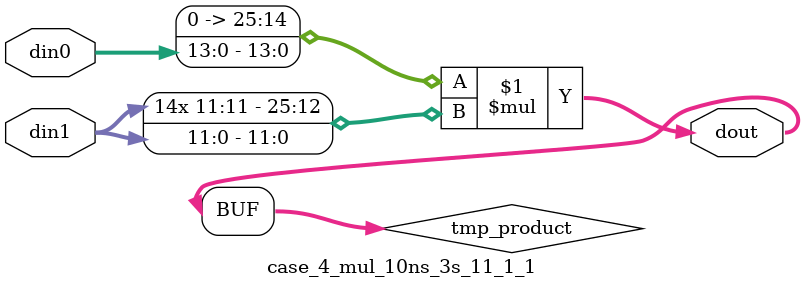
<source format=v>

`timescale 1 ns / 1 ps

 (* use_dsp = "no" *)  module case_4_mul_10ns_3s_11_1_1(din0, din1, dout);
parameter ID = 1;
parameter NUM_STAGE = 0;
parameter din0_WIDTH = 14;
parameter din1_WIDTH = 12;
parameter dout_WIDTH = 26;

input [din0_WIDTH - 1 : 0] din0; 
input [din1_WIDTH - 1 : 0] din1; 
output [dout_WIDTH - 1 : 0] dout;

wire signed [dout_WIDTH - 1 : 0] tmp_product;

























assign tmp_product = $signed({1'b0, din0}) * $signed(din1);










assign dout = tmp_product;





















endmodule

</source>
